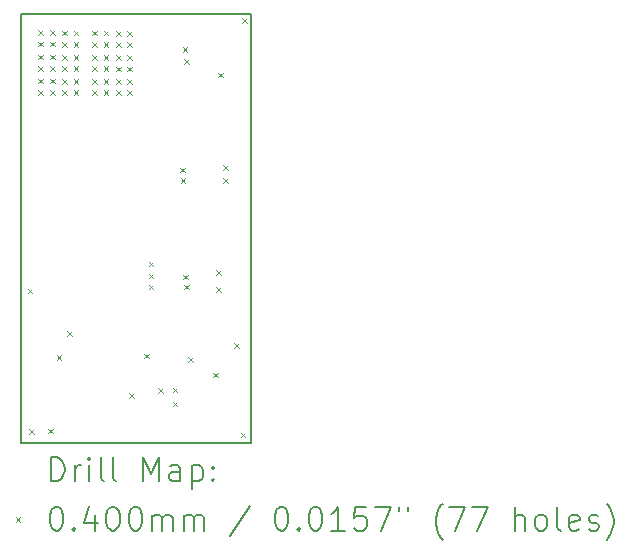
<source format=gbr>
%TF.GenerationSoftware,KiCad,Pcbnew,7.0.10*%
%TF.CreationDate,2024-08-16T14:30:43-05:00*%
%TF.ProjectId,DiffPCB,44696666-5043-4422-9e6b-696361645f70,rev?*%
%TF.SameCoordinates,Original*%
%TF.FileFunction,Drillmap*%
%TF.FilePolarity,Positive*%
%FSLAX45Y45*%
G04 Gerber Fmt 4.5, Leading zero omitted, Abs format (unit mm)*
G04 Created by KiCad (PCBNEW 7.0.10) date 2024-08-16 14:30:43*
%MOMM*%
%LPD*%
G01*
G04 APERTURE LIST*
%ADD10C,0.200000*%
%ADD11C,0.100000*%
G04 APERTURE END LIST*
D10*
X13772000Y-6193000D02*
X15716000Y-6193000D01*
X15716000Y-9825000D01*
X13772000Y-9825000D01*
X13772000Y-6193000D01*
D11*
X13823000Y-8518000D02*
X13863000Y-8558000D01*
X13863000Y-8518000D02*
X13823000Y-8558000D01*
X13838500Y-9710000D02*
X13878500Y-9750000D01*
X13878500Y-9710000D02*
X13838500Y-9750000D01*
X13915500Y-6331000D02*
X13955500Y-6371000D01*
X13955500Y-6331000D02*
X13915500Y-6371000D01*
X13915500Y-6427000D02*
X13955500Y-6467000D01*
X13955500Y-6427000D02*
X13915500Y-6467000D01*
X13915500Y-6536000D02*
X13955500Y-6576000D01*
X13955500Y-6536000D02*
X13915500Y-6576000D01*
X13915500Y-6632000D02*
X13955500Y-6672000D01*
X13955500Y-6632000D02*
X13915500Y-6672000D01*
X13915500Y-6739000D02*
X13955500Y-6779000D01*
X13955500Y-6739000D02*
X13915500Y-6779000D01*
X13915500Y-6835000D02*
X13955500Y-6875000D01*
X13955500Y-6835000D02*
X13915500Y-6875000D01*
X13996500Y-9704000D02*
X14036500Y-9744000D01*
X14036500Y-9704000D02*
X13996500Y-9744000D01*
X14011500Y-6331000D02*
X14051500Y-6371000D01*
X14051500Y-6331000D02*
X14011500Y-6371000D01*
X14011500Y-6427000D02*
X14051500Y-6467000D01*
X14051500Y-6427000D02*
X14011500Y-6467000D01*
X14011500Y-6536000D02*
X14051500Y-6576000D01*
X14051500Y-6536000D02*
X14011500Y-6576000D01*
X14011500Y-6632000D02*
X14051500Y-6672000D01*
X14051500Y-6632000D02*
X14011500Y-6672000D01*
X14011500Y-6739000D02*
X14051500Y-6779000D01*
X14051500Y-6739000D02*
X14011500Y-6779000D01*
X14011500Y-6835000D02*
X14051500Y-6875000D01*
X14051500Y-6835000D02*
X14011500Y-6875000D01*
X14069500Y-9083000D02*
X14109500Y-9123000D01*
X14109500Y-9083000D02*
X14069500Y-9123000D01*
X14116500Y-6333000D02*
X14156500Y-6373000D01*
X14156500Y-6333000D02*
X14116500Y-6373000D01*
X14116500Y-6429000D02*
X14156500Y-6469000D01*
X14156500Y-6429000D02*
X14116500Y-6469000D01*
X14116500Y-6538000D02*
X14156500Y-6578000D01*
X14156500Y-6538000D02*
X14116500Y-6578000D01*
X14116500Y-6634000D02*
X14156500Y-6674000D01*
X14156500Y-6634000D02*
X14116500Y-6674000D01*
X14116500Y-6741000D02*
X14156500Y-6781000D01*
X14156500Y-6741000D02*
X14116500Y-6781000D01*
X14116500Y-6837000D02*
X14156500Y-6877000D01*
X14156500Y-6837000D02*
X14116500Y-6877000D01*
X14155500Y-8877000D02*
X14195500Y-8917000D01*
X14195500Y-8877000D02*
X14155500Y-8917000D01*
X14212500Y-6333000D02*
X14252500Y-6373000D01*
X14252500Y-6333000D02*
X14212500Y-6373000D01*
X14212500Y-6429000D02*
X14252500Y-6469000D01*
X14252500Y-6429000D02*
X14212500Y-6469000D01*
X14212500Y-6538000D02*
X14252500Y-6578000D01*
X14252500Y-6538000D02*
X14212500Y-6578000D01*
X14212500Y-6634000D02*
X14252500Y-6674000D01*
X14252500Y-6634000D02*
X14212500Y-6674000D01*
X14212500Y-6741000D02*
X14252500Y-6781000D01*
X14252500Y-6741000D02*
X14212500Y-6781000D01*
X14212500Y-6837000D02*
X14252500Y-6877000D01*
X14252500Y-6837000D02*
X14212500Y-6877000D01*
X14371500Y-6334000D02*
X14411500Y-6374000D01*
X14411500Y-6334000D02*
X14371500Y-6374000D01*
X14371500Y-6430000D02*
X14411500Y-6470000D01*
X14411500Y-6430000D02*
X14371500Y-6470000D01*
X14371500Y-6539000D02*
X14411500Y-6579000D01*
X14411500Y-6539000D02*
X14371500Y-6579000D01*
X14371500Y-6635000D02*
X14411500Y-6675000D01*
X14411500Y-6635000D02*
X14371500Y-6675000D01*
X14371500Y-6742000D02*
X14411500Y-6782000D01*
X14411500Y-6742000D02*
X14371500Y-6782000D01*
X14371500Y-6838000D02*
X14411500Y-6878000D01*
X14411500Y-6838000D02*
X14371500Y-6878000D01*
X14467500Y-6334000D02*
X14507500Y-6374000D01*
X14507500Y-6334000D02*
X14467500Y-6374000D01*
X14467500Y-6430000D02*
X14507500Y-6470000D01*
X14507500Y-6430000D02*
X14467500Y-6470000D01*
X14467500Y-6539000D02*
X14507500Y-6579000D01*
X14507500Y-6539000D02*
X14467500Y-6579000D01*
X14467500Y-6635000D02*
X14507500Y-6675000D01*
X14507500Y-6635000D02*
X14467500Y-6675000D01*
X14467500Y-6742000D02*
X14507500Y-6782000D01*
X14507500Y-6742000D02*
X14467500Y-6782000D01*
X14467500Y-6838000D02*
X14507500Y-6878000D01*
X14507500Y-6838000D02*
X14467500Y-6878000D01*
X14572500Y-6336000D02*
X14612500Y-6376000D01*
X14612500Y-6336000D02*
X14572500Y-6376000D01*
X14572500Y-6432000D02*
X14612500Y-6472000D01*
X14612500Y-6432000D02*
X14572500Y-6472000D01*
X14572500Y-6541000D02*
X14612500Y-6581000D01*
X14612500Y-6541000D02*
X14572500Y-6581000D01*
X14572500Y-6637000D02*
X14612500Y-6677000D01*
X14612500Y-6637000D02*
X14572500Y-6677000D01*
X14572500Y-6744000D02*
X14612500Y-6784000D01*
X14612500Y-6744000D02*
X14572500Y-6784000D01*
X14572500Y-6840000D02*
X14612500Y-6880000D01*
X14612500Y-6840000D02*
X14572500Y-6880000D01*
X14668500Y-6336000D02*
X14708500Y-6376000D01*
X14708500Y-6336000D02*
X14668500Y-6376000D01*
X14668500Y-6432000D02*
X14708500Y-6472000D01*
X14708500Y-6432000D02*
X14668500Y-6472000D01*
X14668500Y-6541000D02*
X14708500Y-6581000D01*
X14708500Y-6541000D02*
X14668500Y-6581000D01*
X14668500Y-6637000D02*
X14708500Y-6677000D01*
X14708500Y-6637000D02*
X14668500Y-6677000D01*
X14668500Y-6744000D02*
X14708500Y-6784000D01*
X14708500Y-6744000D02*
X14668500Y-6784000D01*
X14668500Y-6840000D02*
X14708500Y-6880000D01*
X14708500Y-6840000D02*
X14668500Y-6880000D01*
X14682500Y-9401000D02*
X14722500Y-9441000D01*
X14722500Y-9401000D02*
X14682500Y-9441000D01*
X14809500Y-9068000D02*
X14849500Y-9108000D01*
X14849500Y-9068000D02*
X14809500Y-9108000D01*
X14848500Y-8290000D02*
X14888500Y-8330000D01*
X14888500Y-8290000D02*
X14848500Y-8330000D01*
X14848500Y-8391000D02*
X14888500Y-8431000D01*
X14888500Y-8391000D02*
X14848500Y-8431000D01*
X14848500Y-8484000D02*
X14888500Y-8524000D01*
X14888500Y-8484000D02*
X14848500Y-8524000D01*
X14931500Y-9361000D02*
X14971500Y-9401000D01*
X14971500Y-9361000D02*
X14931500Y-9401000D01*
X15052500Y-9356000D02*
X15092500Y-9396000D01*
X15092500Y-9356000D02*
X15052500Y-9396000D01*
X15052500Y-9474000D02*
X15092500Y-9514000D01*
X15092500Y-9474000D02*
X15052500Y-9514000D01*
X15115500Y-7494000D02*
X15155500Y-7534000D01*
X15155500Y-7494000D02*
X15115500Y-7534000D01*
X15118500Y-7581000D02*
X15158500Y-7621000D01*
X15158500Y-7581000D02*
X15118500Y-7621000D01*
X15135500Y-6471000D02*
X15175500Y-6511000D01*
X15175500Y-6471000D02*
X15135500Y-6511000D01*
X15143500Y-8400000D02*
X15183500Y-8440000D01*
X15183500Y-8400000D02*
X15143500Y-8440000D01*
X15146500Y-8485000D02*
X15186500Y-8525000D01*
X15186500Y-8485000D02*
X15146500Y-8525000D01*
X15147500Y-6577000D02*
X15187500Y-6617000D01*
X15187500Y-6577000D02*
X15147500Y-6617000D01*
X15183500Y-9099000D02*
X15223500Y-9139000D01*
X15223500Y-9099000D02*
X15183500Y-9139000D01*
X15391500Y-9228000D02*
X15431500Y-9268000D01*
X15431500Y-9228000D02*
X15391500Y-9268000D01*
X15421500Y-8503000D02*
X15461500Y-8543000D01*
X15461500Y-8503000D02*
X15421500Y-8543000D01*
X15422500Y-8361000D02*
X15462500Y-8401000D01*
X15462500Y-8361000D02*
X15422500Y-8401000D01*
X15436500Y-6689000D02*
X15476500Y-6729000D01*
X15476500Y-6689000D02*
X15436500Y-6729000D01*
X15478500Y-7474000D02*
X15518500Y-7514000D01*
X15518500Y-7474000D02*
X15478500Y-7514000D01*
X15479500Y-7581000D02*
X15519500Y-7621000D01*
X15519500Y-7581000D02*
X15479500Y-7621000D01*
X15569500Y-8982000D02*
X15609500Y-9022000D01*
X15609500Y-8982000D02*
X15569500Y-9022000D01*
X15627500Y-9736000D02*
X15667500Y-9776000D01*
X15667500Y-9736000D02*
X15627500Y-9776000D01*
X15637500Y-6227000D02*
X15677500Y-6267000D01*
X15677500Y-6227000D02*
X15637500Y-6267000D01*
D10*
X14022777Y-10146484D02*
X14022777Y-9946484D01*
X14022777Y-9946484D02*
X14070396Y-9946484D01*
X14070396Y-9946484D02*
X14098967Y-9956008D01*
X14098967Y-9956008D02*
X14118015Y-9975055D01*
X14118015Y-9975055D02*
X14127539Y-9994103D01*
X14127539Y-9994103D02*
X14137062Y-10032198D01*
X14137062Y-10032198D02*
X14137062Y-10060770D01*
X14137062Y-10060770D02*
X14127539Y-10098865D01*
X14127539Y-10098865D02*
X14118015Y-10117912D01*
X14118015Y-10117912D02*
X14098967Y-10136960D01*
X14098967Y-10136960D02*
X14070396Y-10146484D01*
X14070396Y-10146484D02*
X14022777Y-10146484D01*
X14222777Y-10146484D02*
X14222777Y-10013150D01*
X14222777Y-10051246D02*
X14232301Y-10032198D01*
X14232301Y-10032198D02*
X14241824Y-10022674D01*
X14241824Y-10022674D02*
X14260872Y-10013150D01*
X14260872Y-10013150D02*
X14279920Y-10013150D01*
X14346586Y-10146484D02*
X14346586Y-10013150D01*
X14346586Y-9946484D02*
X14337062Y-9956008D01*
X14337062Y-9956008D02*
X14346586Y-9965531D01*
X14346586Y-9965531D02*
X14356110Y-9956008D01*
X14356110Y-9956008D02*
X14346586Y-9946484D01*
X14346586Y-9946484D02*
X14346586Y-9965531D01*
X14470396Y-10146484D02*
X14451348Y-10136960D01*
X14451348Y-10136960D02*
X14441824Y-10117912D01*
X14441824Y-10117912D02*
X14441824Y-9946484D01*
X14575158Y-10146484D02*
X14556110Y-10136960D01*
X14556110Y-10136960D02*
X14546586Y-10117912D01*
X14546586Y-10117912D02*
X14546586Y-9946484D01*
X14803729Y-10146484D02*
X14803729Y-9946484D01*
X14803729Y-9946484D02*
X14870396Y-10089341D01*
X14870396Y-10089341D02*
X14937062Y-9946484D01*
X14937062Y-9946484D02*
X14937062Y-10146484D01*
X15118015Y-10146484D02*
X15118015Y-10041722D01*
X15118015Y-10041722D02*
X15108491Y-10022674D01*
X15108491Y-10022674D02*
X15089443Y-10013150D01*
X15089443Y-10013150D02*
X15051348Y-10013150D01*
X15051348Y-10013150D02*
X15032301Y-10022674D01*
X15118015Y-10136960D02*
X15098967Y-10146484D01*
X15098967Y-10146484D02*
X15051348Y-10146484D01*
X15051348Y-10146484D02*
X15032301Y-10136960D01*
X15032301Y-10136960D02*
X15022777Y-10117912D01*
X15022777Y-10117912D02*
X15022777Y-10098865D01*
X15022777Y-10098865D02*
X15032301Y-10079817D01*
X15032301Y-10079817D02*
X15051348Y-10070293D01*
X15051348Y-10070293D02*
X15098967Y-10070293D01*
X15098967Y-10070293D02*
X15118015Y-10060770D01*
X15213253Y-10013150D02*
X15213253Y-10213150D01*
X15213253Y-10022674D02*
X15232301Y-10013150D01*
X15232301Y-10013150D02*
X15270396Y-10013150D01*
X15270396Y-10013150D02*
X15289443Y-10022674D01*
X15289443Y-10022674D02*
X15298967Y-10032198D01*
X15298967Y-10032198D02*
X15308491Y-10051246D01*
X15308491Y-10051246D02*
X15308491Y-10108389D01*
X15308491Y-10108389D02*
X15298967Y-10127436D01*
X15298967Y-10127436D02*
X15289443Y-10136960D01*
X15289443Y-10136960D02*
X15270396Y-10146484D01*
X15270396Y-10146484D02*
X15232301Y-10146484D01*
X15232301Y-10146484D02*
X15213253Y-10136960D01*
X15394205Y-10127436D02*
X15403729Y-10136960D01*
X15403729Y-10136960D02*
X15394205Y-10146484D01*
X15394205Y-10146484D02*
X15384682Y-10136960D01*
X15384682Y-10136960D02*
X15394205Y-10127436D01*
X15394205Y-10127436D02*
X15394205Y-10146484D01*
X15394205Y-10022674D02*
X15403729Y-10032198D01*
X15403729Y-10032198D02*
X15394205Y-10041722D01*
X15394205Y-10041722D02*
X15384682Y-10032198D01*
X15384682Y-10032198D02*
X15394205Y-10022674D01*
X15394205Y-10022674D02*
X15394205Y-10041722D01*
D11*
X13722000Y-10455000D02*
X13762000Y-10495000D01*
X13762000Y-10455000D02*
X13722000Y-10495000D01*
D10*
X14060872Y-10366484D02*
X14079920Y-10366484D01*
X14079920Y-10366484D02*
X14098967Y-10376008D01*
X14098967Y-10376008D02*
X14108491Y-10385531D01*
X14108491Y-10385531D02*
X14118015Y-10404579D01*
X14118015Y-10404579D02*
X14127539Y-10442674D01*
X14127539Y-10442674D02*
X14127539Y-10490293D01*
X14127539Y-10490293D02*
X14118015Y-10528389D01*
X14118015Y-10528389D02*
X14108491Y-10547436D01*
X14108491Y-10547436D02*
X14098967Y-10556960D01*
X14098967Y-10556960D02*
X14079920Y-10566484D01*
X14079920Y-10566484D02*
X14060872Y-10566484D01*
X14060872Y-10566484D02*
X14041824Y-10556960D01*
X14041824Y-10556960D02*
X14032301Y-10547436D01*
X14032301Y-10547436D02*
X14022777Y-10528389D01*
X14022777Y-10528389D02*
X14013253Y-10490293D01*
X14013253Y-10490293D02*
X14013253Y-10442674D01*
X14013253Y-10442674D02*
X14022777Y-10404579D01*
X14022777Y-10404579D02*
X14032301Y-10385531D01*
X14032301Y-10385531D02*
X14041824Y-10376008D01*
X14041824Y-10376008D02*
X14060872Y-10366484D01*
X14213253Y-10547436D02*
X14222777Y-10556960D01*
X14222777Y-10556960D02*
X14213253Y-10566484D01*
X14213253Y-10566484D02*
X14203729Y-10556960D01*
X14203729Y-10556960D02*
X14213253Y-10547436D01*
X14213253Y-10547436D02*
X14213253Y-10566484D01*
X14394205Y-10433150D02*
X14394205Y-10566484D01*
X14346586Y-10356960D02*
X14298967Y-10499817D01*
X14298967Y-10499817D02*
X14422777Y-10499817D01*
X14537062Y-10366484D02*
X14556110Y-10366484D01*
X14556110Y-10366484D02*
X14575158Y-10376008D01*
X14575158Y-10376008D02*
X14584682Y-10385531D01*
X14584682Y-10385531D02*
X14594205Y-10404579D01*
X14594205Y-10404579D02*
X14603729Y-10442674D01*
X14603729Y-10442674D02*
X14603729Y-10490293D01*
X14603729Y-10490293D02*
X14594205Y-10528389D01*
X14594205Y-10528389D02*
X14584682Y-10547436D01*
X14584682Y-10547436D02*
X14575158Y-10556960D01*
X14575158Y-10556960D02*
X14556110Y-10566484D01*
X14556110Y-10566484D02*
X14537062Y-10566484D01*
X14537062Y-10566484D02*
X14518015Y-10556960D01*
X14518015Y-10556960D02*
X14508491Y-10547436D01*
X14508491Y-10547436D02*
X14498967Y-10528389D01*
X14498967Y-10528389D02*
X14489443Y-10490293D01*
X14489443Y-10490293D02*
X14489443Y-10442674D01*
X14489443Y-10442674D02*
X14498967Y-10404579D01*
X14498967Y-10404579D02*
X14508491Y-10385531D01*
X14508491Y-10385531D02*
X14518015Y-10376008D01*
X14518015Y-10376008D02*
X14537062Y-10366484D01*
X14727539Y-10366484D02*
X14746586Y-10366484D01*
X14746586Y-10366484D02*
X14765634Y-10376008D01*
X14765634Y-10376008D02*
X14775158Y-10385531D01*
X14775158Y-10385531D02*
X14784682Y-10404579D01*
X14784682Y-10404579D02*
X14794205Y-10442674D01*
X14794205Y-10442674D02*
X14794205Y-10490293D01*
X14794205Y-10490293D02*
X14784682Y-10528389D01*
X14784682Y-10528389D02*
X14775158Y-10547436D01*
X14775158Y-10547436D02*
X14765634Y-10556960D01*
X14765634Y-10556960D02*
X14746586Y-10566484D01*
X14746586Y-10566484D02*
X14727539Y-10566484D01*
X14727539Y-10566484D02*
X14708491Y-10556960D01*
X14708491Y-10556960D02*
X14698967Y-10547436D01*
X14698967Y-10547436D02*
X14689443Y-10528389D01*
X14689443Y-10528389D02*
X14679920Y-10490293D01*
X14679920Y-10490293D02*
X14679920Y-10442674D01*
X14679920Y-10442674D02*
X14689443Y-10404579D01*
X14689443Y-10404579D02*
X14698967Y-10385531D01*
X14698967Y-10385531D02*
X14708491Y-10376008D01*
X14708491Y-10376008D02*
X14727539Y-10366484D01*
X14879920Y-10566484D02*
X14879920Y-10433150D01*
X14879920Y-10452198D02*
X14889443Y-10442674D01*
X14889443Y-10442674D02*
X14908491Y-10433150D01*
X14908491Y-10433150D02*
X14937063Y-10433150D01*
X14937063Y-10433150D02*
X14956110Y-10442674D01*
X14956110Y-10442674D02*
X14965634Y-10461722D01*
X14965634Y-10461722D02*
X14965634Y-10566484D01*
X14965634Y-10461722D02*
X14975158Y-10442674D01*
X14975158Y-10442674D02*
X14994205Y-10433150D01*
X14994205Y-10433150D02*
X15022777Y-10433150D01*
X15022777Y-10433150D02*
X15041824Y-10442674D01*
X15041824Y-10442674D02*
X15051348Y-10461722D01*
X15051348Y-10461722D02*
X15051348Y-10566484D01*
X15146586Y-10566484D02*
X15146586Y-10433150D01*
X15146586Y-10452198D02*
X15156110Y-10442674D01*
X15156110Y-10442674D02*
X15175158Y-10433150D01*
X15175158Y-10433150D02*
X15203729Y-10433150D01*
X15203729Y-10433150D02*
X15222777Y-10442674D01*
X15222777Y-10442674D02*
X15232301Y-10461722D01*
X15232301Y-10461722D02*
X15232301Y-10566484D01*
X15232301Y-10461722D02*
X15241824Y-10442674D01*
X15241824Y-10442674D02*
X15260872Y-10433150D01*
X15260872Y-10433150D02*
X15289443Y-10433150D01*
X15289443Y-10433150D02*
X15308491Y-10442674D01*
X15308491Y-10442674D02*
X15318015Y-10461722D01*
X15318015Y-10461722D02*
X15318015Y-10566484D01*
X15708491Y-10356960D02*
X15537063Y-10614103D01*
X15965634Y-10366484D02*
X15984682Y-10366484D01*
X15984682Y-10366484D02*
X16003729Y-10376008D01*
X16003729Y-10376008D02*
X16013253Y-10385531D01*
X16013253Y-10385531D02*
X16022777Y-10404579D01*
X16022777Y-10404579D02*
X16032301Y-10442674D01*
X16032301Y-10442674D02*
X16032301Y-10490293D01*
X16032301Y-10490293D02*
X16022777Y-10528389D01*
X16022777Y-10528389D02*
X16013253Y-10547436D01*
X16013253Y-10547436D02*
X16003729Y-10556960D01*
X16003729Y-10556960D02*
X15984682Y-10566484D01*
X15984682Y-10566484D02*
X15965634Y-10566484D01*
X15965634Y-10566484D02*
X15946586Y-10556960D01*
X15946586Y-10556960D02*
X15937063Y-10547436D01*
X15937063Y-10547436D02*
X15927539Y-10528389D01*
X15927539Y-10528389D02*
X15918015Y-10490293D01*
X15918015Y-10490293D02*
X15918015Y-10442674D01*
X15918015Y-10442674D02*
X15927539Y-10404579D01*
X15927539Y-10404579D02*
X15937063Y-10385531D01*
X15937063Y-10385531D02*
X15946586Y-10376008D01*
X15946586Y-10376008D02*
X15965634Y-10366484D01*
X16118015Y-10547436D02*
X16127539Y-10556960D01*
X16127539Y-10556960D02*
X16118015Y-10566484D01*
X16118015Y-10566484D02*
X16108491Y-10556960D01*
X16108491Y-10556960D02*
X16118015Y-10547436D01*
X16118015Y-10547436D02*
X16118015Y-10566484D01*
X16251348Y-10366484D02*
X16270396Y-10366484D01*
X16270396Y-10366484D02*
X16289444Y-10376008D01*
X16289444Y-10376008D02*
X16298967Y-10385531D01*
X16298967Y-10385531D02*
X16308491Y-10404579D01*
X16308491Y-10404579D02*
X16318015Y-10442674D01*
X16318015Y-10442674D02*
X16318015Y-10490293D01*
X16318015Y-10490293D02*
X16308491Y-10528389D01*
X16308491Y-10528389D02*
X16298967Y-10547436D01*
X16298967Y-10547436D02*
X16289444Y-10556960D01*
X16289444Y-10556960D02*
X16270396Y-10566484D01*
X16270396Y-10566484D02*
X16251348Y-10566484D01*
X16251348Y-10566484D02*
X16232301Y-10556960D01*
X16232301Y-10556960D02*
X16222777Y-10547436D01*
X16222777Y-10547436D02*
X16213253Y-10528389D01*
X16213253Y-10528389D02*
X16203729Y-10490293D01*
X16203729Y-10490293D02*
X16203729Y-10442674D01*
X16203729Y-10442674D02*
X16213253Y-10404579D01*
X16213253Y-10404579D02*
X16222777Y-10385531D01*
X16222777Y-10385531D02*
X16232301Y-10376008D01*
X16232301Y-10376008D02*
X16251348Y-10366484D01*
X16508491Y-10566484D02*
X16394206Y-10566484D01*
X16451348Y-10566484D02*
X16451348Y-10366484D01*
X16451348Y-10366484D02*
X16432301Y-10395055D01*
X16432301Y-10395055D02*
X16413253Y-10414103D01*
X16413253Y-10414103D02*
X16394206Y-10423627D01*
X16689444Y-10366484D02*
X16594206Y-10366484D01*
X16594206Y-10366484D02*
X16584682Y-10461722D01*
X16584682Y-10461722D02*
X16594206Y-10452198D01*
X16594206Y-10452198D02*
X16613253Y-10442674D01*
X16613253Y-10442674D02*
X16660872Y-10442674D01*
X16660872Y-10442674D02*
X16679920Y-10452198D01*
X16679920Y-10452198D02*
X16689444Y-10461722D01*
X16689444Y-10461722D02*
X16698967Y-10480770D01*
X16698967Y-10480770D02*
X16698967Y-10528389D01*
X16698967Y-10528389D02*
X16689444Y-10547436D01*
X16689444Y-10547436D02*
X16679920Y-10556960D01*
X16679920Y-10556960D02*
X16660872Y-10566484D01*
X16660872Y-10566484D02*
X16613253Y-10566484D01*
X16613253Y-10566484D02*
X16594206Y-10556960D01*
X16594206Y-10556960D02*
X16584682Y-10547436D01*
X16765634Y-10366484D02*
X16898968Y-10366484D01*
X16898968Y-10366484D02*
X16813253Y-10566484D01*
X16965634Y-10366484D02*
X16965634Y-10404579D01*
X17041825Y-10366484D02*
X17041825Y-10404579D01*
X17337063Y-10642674D02*
X17327539Y-10633150D01*
X17327539Y-10633150D02*
X17308491Y-10604579D01*
X17308491Y-10604579D02*
X17298968Y-10585531D01*
X17298968Y-10585531D02*
X17289444Y-10556960D01*
X17289444Y-10556960D02*
X17279920Y-10509341D01*
X17279920Y-10509341D02*
X17279920Y-10471246D01*
X17279920Y-10471246D02*
X17289444Y-10423627D01*
X17289444Y-10423627D02*
X17298968Y-10395055D01*
X17298968Y-10395055D02*
X17308491Y-10376008D01*
X17308491Y-10376008D02*
X17327539Y-10347436D01*
X17327539Y-10347436D02*
X17337063Y-10337912D01*
X17394206Y-10366484D02*
X17527539Y-10366484D01*
X17527539Y-10366484D02*
X17441825Y-10566484D01*
X17584682Y-10366484D02*
X17718015Y-10366484D01*
X17718015Y-10366484D02*
X17632301Y-10566484D01*
X17946587Y-10566484D02*
X17946587Y-10366484D01*
X18032301Y-10566484D02*
X18032301Y-10461722D01*
X18032301Y-10461722D02*
X18022777Y-10442674D01*
X18022777Y-10442674D02*
X18003730Y-10433150D01*
X18003730Y-10433150D02*
X17975158Y-10433150D01*
X17975158Y-10433150D02*
X17956111Y-10442674D01*
X17956111Y-10442674D02*
X17946587Y-10452198D01*
X18156111Y-10566484D02*
X18137063Y-10556960D01*
X18137063Y-10556960D02*
X18127539Y-10547436D01*
X18127539Y-10547436D02*
X18118015Y-10528389D01*
X18118015Y-10528389D02*
X18118015Y-10471246D01*
X18118015Y-10471246D02*
X18127539Y-10452198D01*
X18127539Y-10452198D02*
X18137063Y-10442674D01*
X18137063Y-10442674D02*
X18156111Y-10433150D01*
X18156111Y-10433150D02*
X18184682Y-10433150D01*
X18184682Y-10433150D02*
X18203730Y-10442674D01*
X18203730Y-10442674D02*
X18213253Y-10452198D01*
X18213253Y-10452198D02*
X18222777Y-10471246D01*
X18222777Y-10471246D02*
X18222777Y-10528389D01*
X18222777Y-10528389D02*
X18213253Y-10547436D01*
X18213253Y-10547436D02*
X18203730Y-10556960D01*
X18203730Y-10556960D02*
X18184682Y-10566484D01*
X18184682Y-10566484D02*
X18156111Y-10566484D01*
X18337063Y-10566484D02*
X18318015Y-10556960D01*
X18318015Y-10556960D02*
X18308492Y-10537912D01*
X18308492Y-10537912D02*
X18308492Y-10366484D01*
X18489444Y-10556960D02*
X18470396Y-10566484D01*
X18470396Y-10566484D02*
X18432301Y-10566484D01*
X18432301Y-10566484D02*
X18413253Y-10556960D01*
X18413253Y-10556960D02*
X18403730Y-10537912D01*
X18403730Y-10537912D02*
X18403730Y-10461722D01*
X18403730Y-10461722D02*
X18413253Y-10442674D01*
X18413253Y-10442674D02*
X18432301Y-10433150D01*
X18432301Y-10433150D02*
X18470396Y-10433150D01*
X18470396Y-10433150D02*
X18489444Y-10442674D01*
X18489444Y-10442674D02*
X18498968Y-10461722D01*
X18498968Y-10461722D02*
X18498968Y-10480770D01*
X18498968Y-10480770D02*
X18403730Y-10499817D01*
X18575158Y-10556960D02*
X18594206Y-10566484D01*
X18594206Y-10566484D02*
X18632301Y-10566484D01*
X18632301Y-10566484D02*
X18651349Y-10556960D01*
X18651349Y-10556960D02*
X18660873Y-10537912D01*
X18660873Y-10537912D02*
X18660873Y-10528389D01*
X18660873Y-10528389D02*
X18651349Y-10509341D01*
X18651349Y-10509341D02*
X18632301Y-10499817D01*
X18632301Y-10499817D02*
X18603730Y-10499817D01*
X18603730Y-10499817D02*
X18584682Y-10490293D01*
X18584682Y-10490293D02*
X18575158Y-10471246D01*
X18575158Y-10471246D02*
X18575158Y-10461722D01*
X18575158Y-10461722D02*
X18584682Y-10442674D01*
X18584682Y-10442674D02*
X18603730Y-10433150D01*
X18603730Y-10433150D02*
X18632301Y-10433150D01*
X18632301Y-10433150D02*
X18651349Y-10442674D01*
X18727539Y-10642674D02*
X18737063Y-10633150D01*
X18737063Y-10633150D02*
X18756111Y-10604579D01*
X18756111Y-10604579D02*
X18765634Y-10585531D01*
X18765634Y-10585531D02*
X18775158Y-10556960D01*
X18775158Y-10556960D02*
X18784682Y-10509341D01*
X18784682Y-10509341D02*
X18784682Y-10471246D01*
X18784682Y-10471246D02*
X18775158Y-10423627D01*
X18775158Y-10423627D02*
X18765634Y-10395055D01*
X18765634Y-10395055D02*
X18756111Y-10376008D01*
X18756111Y-10376008D02*
X18737063Y-10347436D01*
X18737063Y-10347436D02*
X18727539Y-10337912D01*
M02*

</source>
